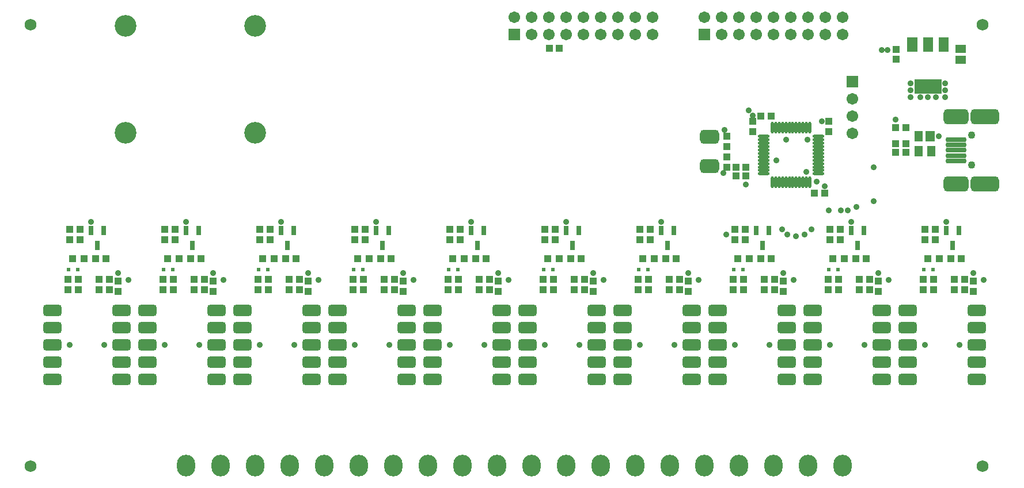
<source format=gts>
G04 Layer_Color=20142*
%FSAX44Y44*%
%MOMM*%
G71*
G01*
G75*
%ADD14R,1.0000X1.0000*%
%ADD48R,0.9902X1.0712*%
G04:AMPARAMS|DCode=49|XSize=2.7432mm|YSize=1.7272mm|CornerRadius=0.4826mm|HoleSize=0mm|Usage=FLASHONLY|Rotation=0.000|XOffset=0mm|YOffset=0mm|HoleType=Round|Shape=RoundedRectangle|*
%AMROUNDEDRECTD49*
21,1,2.7432,0.7620,0,0,0.0*
21,1,1.7780,1.7272,0,0,0.0*
1,1,0.9652,0.8890,-0.3810*
1,1,0.9652,-0.8890,-0.3810*
1,1,0.9652,-0.8890,0.3810*
1,1,0.9652,0.8890,0.3810*
%
%ADD49ROUNDEDRECTD49*%
%ADD50R,1.0712X0.9902*%
%ADD51R,0.8032X1.3532*%
%ADD52R,0.6032X0.6032*%
%ADD53R,1.5240X1.2827*%
G04:AMPARAMS|DCode=54|XSize=2.1032mm|YSize=2.8032mm|CornerRadius=0.5766mm|HoleSize=0mm|Usage=FLASHONLY|Rotation=90.000|XOffset=0mm|YOffset=0mm|HoleType=Round|Shape=RoundedRectangle|*
%AMROUNDEDRECTD54*
21,1,2.1032,1.6500,0,0,90.0*
21,1,0.9500,2.8032,0,0,90.0*
1,1,1.1532,0.8250,0.4750*
1,1,1.1532,0.8250,-0.4750*
1,1,1.1532,-0.8250,-0.4750*
1,1,1.1532,-0.8250,0.4750*
%
%ADD54ROUNDEDRECTD54*%
G04:AMPARAMS|DCode=55|XSize=3.0032mm|YSize=0.7032mm|CornerRadius=0.2266mm|HoleSize=0mm|Usage=FLASHONLY|Rotation=0.000|XOffset=0mm|YOffset=0mm|HoleType=Round|Shape=RoundedRectangle|*
%AMROUNDEDRECTD55*
21,1,3.0032,0.2500,0,0,0.0*
21,1,2.5500,0.7032,0,0,0.0*
1,1,0.4532,1.2750,-0.1250*
1,1,0.4532,-1.2750,-0.1250*
1,1,0.4532,-1.2750,0.1250*
1,1,0.4532,1.2750,0.1250*
%
%ADD55ROUNDEDRECTD55*%
G04:AMPARAMS|DCode=56|XSize=3.7032mm|YSize=2.2532mm|CornerRadius=0.6141mm|HoleSize=0mm|Usage=FLASHONLY|Rotation=0.000|XOffset=0mm|YOffset=0mm|HoleType=Round|Shape=RoundedRectangle|*
%AMROUNDEDRECTD56*
21,1,3.7032,1.0250,0,0,0.0*
21,1,2.4750,2.2532,0,0,0.0*
1,1,1.2282,1.2375,-0.5125*
1,1,1.2282,-1.2375,-0.5125*
1,1,1.2282,-1.2375,0.5125*
1,1,1.2282,1.2375,0.5125*
%
%ADD56ROUNDEDRECTD56*%
G04:AMPARAMS|DCode=57|XSize=4.2032mm|YSize=2.2532mm|CornerRadius=0.6141mm|HoleSize=0mm|Usage=FLASHONLY|Rotation=0.000|XOffset=0mm|YOffset=0mm|HoleType=Round|Shape=RoundedRectangle|*
%AMROUNDEDRECTD57*
21,1,4.2032,1.0250,0,0,0.0*
21,1,2.9750,2.2532,0,0,0.0*
1,1,1.2282,1.4875,-0.5125*
1,1,1.2282,-1.4875,-0.5125*
1,1,1.2282,-1.4875,0.5125*
1,1,1.2282,1.4875,0.5125*
%
%ADD57ROUNDEDRECTD57*%
G04:AMPARAMS|DCode=58|XSize=3.7032mm|YSize=2.2532mm|CornerRadius=0.6141mm|HoleSize=0mm|Usage=FLASHONLY|Rotation=0.000|XOffset=0mm|YOffset=0mm|HoleType=Round|Shape=RoundedRectangle|*
%AMROUNDEDRECTD58*
21,1,3.7032,1.0250,0,0,0.0*
21,1,2.4750,2.2532,0,0,0.0*
1,1,1.2282,1.2375,-0.5125*
1,1,1.2282,-1.2375,-0.5125*
1,1,1.2282,-1.2375,0.5125*
1,1,1.2282,1.2375,0.5125*
%
%ADD58ROUNDEDRECTD58*%
%ADD59R,1.4032X1.6032*%
%ADD60R,1.2032X1.6032*%
%ADD61O,0.4532X1.7532*%
%ADD62O,1.7532X0.4532*%
%ADD63R,1.7032X1.7032*%
%ADD64C,1.7032*%
%ADD65C,1.7272*%
%ADD66R,1.7032X1.7032*%
%ADD67C,1.1032*%
%ADD68C,3.2032*%
%ADD69O,2.7032X3.2032*%
%ADD70C,0.9032*%
G36*
X01353956Y00660327D02*
X01339256D01*
Y00681377D01*
X01353956D01*
Y00660327D01*
D02*
G37*
G36*
X01389770Y00598349D02*
X01349670D01*
Y00619399D01*
X01389770D01*
Y00598349D01*
D02*
G37*
G36*
X01400184Y00660327D02*
X01385484D01*
Y00681377D01*
X01400184D01*
Y00660327D01*
D02*
G37*
G36*
X01377070D02*
X01362370D01*
Y00681377D01*
X01377070D01*
Y00660327D01*
D02*
G37*
D14*
X01386450Y00355600D02*
D03*
X01369450D02*
D03*
X01246750D02*
D03*
X01229750D02*
D03*
X01107050D02*
D03*
X01090050D02*
D03*
X00967350D02*
D03*
X00950350D02*
D03*
X00827650D02*
D03*
X00810650D02*
D03*
X00687950D02*
D03*
X00670950D02*
D03*
X00548250D02*
D03*
X00531250D02*
D03*
X00408550D02*
D03*
X00391550D02*
D03*
X00268850D02*
D03*
X00251850D02*
D03*
X00129150D02*
D03*
X00112150D02*
D03*
D48*
X00827920Y00665480D02*
D03*
X00812920D02*
D03*
X01337190Y00511810D02*
D03*
X01322190D02*
D03*
X01337190Y00524510D02*
D03*
X01322190D02*
D03*
X01337190Y00548640D02*
D03*
X01322190D02*
D03*
X01362830Y00309880D02*
D03*
X01377830D02*
D03*
X01362830Y00325120D02*
D03*
X01377830D02*
D03*
X01423550Y00309880D02*
D03*
X01408550D02*
D03*
X01423550Y00325120D02*
D03*
X01408550D02*
D03*
X01403470Y00355600D02*
D03*
X01418470D02*
D03*
X01223130Y00309880D02*
D03*
X01238130D02*
D03*
X01223130Y00325120D02*
D03*
X01238130D02*
D03*
X01283850Y00309880D02*
D03*
X01268850D02*
D03*
X01283850Y00325120D02*
D03*
X01268850D02*
D03*
X01263770Y00355600D02*
D03*
X01278770D02*
D03*
X01083430Y00309880D02*
D03*
X01098430D02*
D03*
X01083430Y00325120D02*
D03*
X01098430D02*
D03*
X01144150Y00309880D02*
D03*
X01129150D02*
D03*
X01144150Y00325120D02*
D03*
X01129150D02*
D03*
X01124070Y00355600D02*
D03*
X01139070D02*
D03*
X00943730Y00309880D02*
D03*
X00958730D02*
D03*
X00943730Y00325120D02*
D03*
X00958730D02*
D03*
X01004450Y00309880D02*
D03*
X00989450D02*
D03*
X01004450Y00325120D02*
D03*
X00989450D02*
D03*
X00984370Y00355600D02*
D03*
X00999370D02*
D03*
X00804030Y00309880D02*
D03*
X00819030D02*
D03*
X00804030Y00325120D02*
D03*
X00819030D02*
D03*
X00864750Y00309880D02*
D03*
X00849750D02*
D03*
X00864750Y00325120D02*
D03*
X00849750D02*
D03*
X00844670Y00355600D02*
D03*
X00859670D02*
D03*
X00664330Y00309880D02*
D03*
X00679330D02*
D03*
X00664330Y00325120D02*
D03*
X00679330D02*
D03*
X00725050Y00309880D02*
D03*
X00710050D02*
D03*
X00725050Y00325120D02*
D03*
X00710050D02*
D03*
X00704970Y00355600D02*
D03*
X00719970D02*
D03*
X00524630Y00309880D02*
D03*
X00539630D02*
D03*
X00524630Y00325120D02*
D03*
X00539630D02*
D03*
X00585350Y00309880D02*
D03*
X00570350D02*
D03*
X00585350Y00325120D02*
D03*
X00570350D02*
D03*
X00565270Y00355600D02*
D03*
X00580270D02*
D03*
X00384930Y00309880D02*
D03*
X00399930D02*
D03*
X00384930Y00325120D02*
D03*
X00399930D02*
D03*
X00445650Y00309880D02*
D03*
X00430650D02*
D03*
X00445650Y00325120D02*
D03*
X00430650D02*
D03*
X00425570Y00355600D02*
D03*
X00440570D02*
D03*
X00245230Y00309880D02*
D03*
X00260230D02*
D03*
X00245230Y00325120D02*
D03*
X00260230D02*
D03*
X00305950Y00309880D02*
D03*
X00290950D02*
D03*
X00305950Y00325120D02*
D03*
X00290950D02*
D03*
X00285870Y00355600D02*
D03*
X00300870D02*
D03*
X00105530Y00309880D02*
D03*
X00120530D02*
D03*
X00105530Y00325120D02*
D03*
X00120530D02*
D03*
X00166250Y00309880D02*
D03*
X00151250D02*
D03*
X00166250Y00325120D02*
D03*
X00151250D02*
D03*
X00146170Y00355600D02*
D03*
X00161170D02*
D03*
X01087240Y00477520D02*
D03*
X01102240D02*
D03*
X01124070Y00565150D02*
D03*
X01139070D02*
D03*
X01217810Y00452120D02*
D03*
X01202810D02*
D03*
X01102240Y00490220D02*
D03*
X01087240D02*
D03*
D49*
X01441450Y00279400D02*
D03*
Y00254000D02*
D03*
Y00228600D02*
D03*
Y00203200D02*
D03*
Y00177800D02*
D03*
X01339850D02*
D03*
Y00203200D02*
D03*
Y00228600D02*
D03*
Y00254000D02*
D03*
Y00279400D02*
D03*
X01301750D02*
D03*
Y00254000D02*
D03*
Y00228600D02*
D03*
Y00203200D02*
D03*
Y00177800D02*
D03*
X01200150D02*
D03*
Y00203200D02*
D03*
Y00228600D02*
D03*
Y00254000D02*
D03*
Y00279400D02*
D03*
X01162050D02*
D03*
Y00254000D02*
D03*
Y00228600D02*
D03*
Y00203200D02*
D03*
Y00177800D02*
D03*
X01060450D02*
D03*
Y00203200D02*
D03*
Y00228600D02*
D03*
Y00254000D02*
D03*
Y00279400D02*
D03*
X01022350D02*
D03*
Y00254000D02*
D03*
Y00228600D02*
D03*
Y00203200D02*
D03*
Y00177800D02*
D03*
X00920750D02*
D03*
Y00203200D02*
D03*
Y00228600D02*
D03*
Y00254000D02*
D03*
Y00279400D02*
D03*
X00882650D02*
D03*
Y00254000D02*
D03*
Y00228600D02*
D03*
Y00203200D02*
D03*
Y00177800D02*
D03*
X00781050D02*
D03*
Y00203200D02*
D03*
Y00228600D02*
D03*
Y00254000D02*
D03*
Y00279400D02*
D03*
X00742950D02*
D03*
Y00254000D02*
D03*
Y00228600D02*
D03*
Y00203200D02*
D03*
Y00177800D02*
D03*
X00641350D02*
D03*
Y00203200D02*
D03*
Y00228600D02*
D03*
Y00254000D02*
D03*
Y00279400D02*
D03*
X00603250D02*
D03*
Y00254000D02*
D03*
Y00228600D02*
D03*
Y00203200D02*
D03*
Y00177800D02*
D03*
X00501650D02*
D03*
Y00203200D02*
D03*
Y00228600D02*
D03*
Y00254000D02*
D03*
Y00279400D02*
D03*
X00463550D02*
D03*
Y00254000D02*
D03*
Y00228600D02*
D03*
Y00203200D02*
D03*
Y00177800D02*
D03*
X00361950D02*
D03*
Y00203200D02*
D03*
Y00228600D02*
D03*
Y00254000D02*
D03*
Y00279400D02*
D03*
X00323850D02*
D03*
Y00254000D02*
D03*
Y00228600D02*
D03*
Y00203200D02*
D03*
Y00177800D02*
D03*
X00222250D02*
D03*
Y00203200D02*
D03*
Y00228600D02*
D03*
Y00254000D02*
D03*
Y00279400D02*
D03*
X00184150D02*
D03*
Y00254000D02*
D03*
Y00228600D02*
D03*
Y00203200D02*
D03*
Y00177800D02*
D03*
X00082550D02*
D03*
Y00203200D02*
D03*
Y00228600D02*
D03*
Y00254000D02*
D03*
Y00279400D02*
D03*
D50*
X01380490Y00383660D02*
D03*
Y00398660D02*
D03*
X01365250D02*
D03*
Y00383660D02*
D03*
X01436370Y00322460D02*
D03*
Y00307460D02*
D03*
X01240790Y00383660D02*
D03*
Y00398660D02*
D03*
X01225550D02*
D03*
Y00383660D02*
D03*
X01296670Y00322460D02*
D03*
Y00307460D02*
D03*
X01101090Y00383660D02*
D03*
Y00398660D02*
D03*
X01085850D02*
D03*
Y00383660D02*
D03*
X01156970Y00322460D02*
D03*
Y00307460D02*
D03*
X00961390Y00383660D02*
D03*
Y00398660D02*
D03*
X00946150D02*
D03*
Y00383660D02*
D03*
X01017270Y00322460D02*
D03*
Y00307460D02*
D03*
X00821690Y00383660D02*
D03*
Y00398660D02*
D03*
X00806450D02*
D03*
Y00383660D02*
D03*
X00877570Y00322460D02*
D03*
Y00307460D02*
D03*
X00681990Y00383660D02*
D03*
Y00398660D02*
D03*
X00666750D02*
D03*
Y00383660D02*
D03*
X00737870Y00322460D02*
D03*
Y00307460D02*
D03*
X00542290Y00383660D02*
D03*
Y00398660D02*
D03*
X00527050D02*
D03*
Y00383660D02*
D03*
X00598170Y00322460D02*
D03*
Y00307460D02*
D03*
X00402590Y00383660D02*
D03*
Y00398660D02*
D03*
X00387350D02*
D03*
Y00383660D02*
D03*
X00458470Y00322460D02*
D03*
Y00307460D02*
D03*
X00262890Y00383660D02*
D03*
Y00398660D02*
D03*
X00247650D02*
D03*
Y00383660D02*
D03*
X00318770Y00322460D02*
D03*
Y00307460D02*
D03*
X00123190Y00383660D02*
D03*
Y00398660D02*
D03*
X00107950D02*
D03*
Y00383660D02*
D03*
X00179070Y00322460D02*
D03*
Y00307460D02*
D03*
X01322920Y00649064D02*
D03*
Y00664064D02*
D03*
X01112520Y00557410D02*
D03*
Y00542410D02*
D03*
X01224280Y00557410D02*
D03*
Y00542410D02*
D03*
X01074420Y00505340D02*
D03*
Y00490340D02*
D03*
Y00520820D02*
D03*
Y00535820D02*
D03*
D51*
X01415390Y00397330D02*
D03*
X01396390D02*
D03*
X01405890Y00374830D02*
D03*
X01275690Y00397330D02*
D03*
X01256690D02*
D03*
X01266190Y00374830D02*
D03*
X01135990Y00397330D02*
D03*
X01116990D02*
D03*
X01126490Y00374830D02*
D03*
X00996290Y00397330D02*
D03*
X00977290D02*
D03*
X00986790Y00374830D02*
D03*
X00856590Y00397330D02*
D03*
X00837590D02*
D03*
X00847090Y00374830D02*
D03*
X00716890Y00397330D02*
D03*
X00697890D02*
D03*
X00707390Y00374830D02*
D03*
X00577190Y00397330D02*
D03*
X00558190D02*
D03*
X00567690Y00374830D02*
D03*
X00437490Y00397330D02*
D03*
X00418490D02*
D03*
X00427990Y00374830D02*
D03*
X00297790Y00397330D02*
D03*
X00278790D02*
D03*
X00288290Y00374830D02*
D03*
X00158090Y00397330D02*
D03*
X00139090D02*
D03*
X00148590Y00374830D02*
D03*
D52*
X01363330Y00339090D02*
D03*
X01377330D02*
D03*
X01223630D02*
D03*
X01237630D02*
D03*
X01083930D02*
D03*
X01097930D02*
D03*
X00944230D02*
D03*
X00958230D02*
D03*
X00804530D02*
D03*
X00818530D02*
D03*
X00664830D02*
D03*
X00678830D02*
D03*
X00525130D02*
D03*
X00539130D02*
D03*
X00385430D02*
D03*
X00399430D02*
D03*
X00245730D02*
D03*
X00259730D02*
D03*
X00106030D02*
D03*
X00120030D02*
D03*
D53*
X01418170Y00648690D02*
D03*
Y00664438D02*
D03*
D54*
X01049020Y00491580D02*
D03*
Y00534580D02*
D03*
D55*
X01410970Y00515110D02*
D03*
Y00531110D02*
D03*
Y00523110D02*
D03*
Y00499110D02*
D03*
Y00507110D02*
D03*
D56*
X01410720Y00564360D02*
D03*
D57*
X01453220D02*
D03*
Y00465860D02*
D03*
D58*
X01410720D02*
D03*
D59*
X01372750Y00535510D02*
D03*
D60*
X01355750D02*
D03*
Y00513510D02*
D03*
X01374750D02*
D03*
D61*
X01140900Y00548250D02*
D03*
X01145900D02*
D03*
X01150900Y00548250D02*
D03*
X01155900Y00548250D02*
D03*
X01160900D02*
D03*
X01165900Y00548250D02*
D03*
X01170900D02*
D03*
X01175900Y00548250D02*
D03*
X01180900D02*
D03*
X01185900Y00548250D02*
D03*
X01190900Y00548250D02*
D03*
X01195900D02*
D03*
Y00467750D02*
D03*
X01190900D02*
D03*
X01185900Y00467750D02*
D03*
X01180900Y00467750D02*
D03*
X01175900D02*
D03*
X01170900Y00467750D02*
D03*
X01165900Y00467750D02*
D03*
X01160900D02*
D03*
X01155900D02*
D03*
X01150900Y00467750D02*
D03*
X01145900Y00467750D02*
D03*
X01140900D02*
D03*
D62*
X01208650Y00535500D02*
D03*
Y00530500D02*
D03*
X01208650Y00525500D02*
D03*
X01208650Y00520500D02*
D03*
Y00515500D02*
D03*
X01208650Y00510500D02*
D03*
Y00505500D02*
D03*
X01208650Y00500500D02*
D03*
Y00495500D02*
D03*
X01208650Y00490500D02*
D03*
X01208650Y00485500D02*
D03*
Y00480500D02*
D03*
X01128150D02*
D03*
Y00485500D02*
D03*
X01128150Y00490500D02*
D03*
X01128150Y00495500D02*
D03*
Y00500500D02*
D03*
Y00505500D02*
D03*
X01128150Y00510500D02*
D03*
X01128150Y00515500D02*
D03*
Y00520500D02*
D03*
X01128150Y00525500D02*
D03*
X01128150Y00530500D02*
D03*
Y00535500D02*
D03*
D63*
X01041400Y00685800D02*
D03*
X00762000D02*
D03*
D64*
X01244600Y00711200D02*
D03*
Y00685800D02*
D03*
X01219200Y00711200D02*
D03*
Y00685800D02*
D03*
X01193800Y00711200D02*
D03*
Y00685800D02*
D03*
X01168400Y00711200D02*
D03*
Y00685800D02*
D03*
X01143000Y00711200D02*
D03*
Y00685800D02*
D03*
X01117600Y00711200D02*
D03*
Y00685800D02*
D03*
X01092200Y00711200D02*
D03*
Y00685800D02*
D03*
X01066800Y00711200D02*
D03*
Y00685800D02*
D03*
X01041400Y00711200D02*
D03*
X00965200D02*
D03*
Y00685800D02*
D03*
X00939800Y00711200D02*
D03*
Y00685800D02*
D03*
X00914400Y00711200D02*
D03*
Y00685800D02*
D03*
X00889000Y00711200D02*
D03*
Y00685800D02*
D03*
X00863600Y00711200D02*
D03*
Y00685800D02*
D03*
X00838200Y00711200D02*
D03*
Y00685800D02*
D03*
X00812800Y00711200D02*
D03*
Y00685800D02*
D03*
X00787400Y00711200D02*
D03*
Y00685800D02*
D03*
X00762000Y00711200D02*
D03*
X01258570Y00590550D02*
D03*
Y00565150D02*
D03*
Y00539750D02*
D03*
D65*
X00050000Y00700000D02*
D03*
X01450000D02*
D03*
X00050000Y00050000D02*
D03*
X01450000D02*
D03*
D66*
X01258570Y00615950D02*
D03*
D67*
X01434220Y00537110D02*
D03*
Y00493110D02*
D03*
D68*
X00190500Y00698500D02*
D03*
Y00540500D02*
D03*
X00381000Y00698500D02*
D03*
Y00540500D02*
D03*
D69*
X00787400Y00050800D02*
D03*
X00838200D02*
D03*
X00939800D02*
D03*
X00889000D02*
D03*
X01041400D02*
D03*
X00990600D02*
D03*
X01143000D02*
D03*
X01092200D02*
D03*
X01244600D02*
D03*
X01193800D02*
D03*
X00685800D02*
D03*
X00736600D02*
D03*
X00584200D02*
D03*
X00635000D02*
D03*
X00482600D02*
D03*
X00533400D02*
D03*
X00381000D02*
D03*
X00431800D02*
D03*
X00330200D02*
D03*
X00279400D02*
D03*
D70*
X01290000Y00440000D02*
D03*
Y00490000D02*
D03*
X01310640Y00662940D02*
D03*
X01301750D02*
D03*
X01322190Y00559950D02*
D03*
X01102240Y00464940D02*
D03*
X01106170Y00574040D02*
D03*
X01206500Y00468630D02*
D03*
X01073150Y00391160D02*
D03*
X00179070Y00334130D02*
D03*
X00139090Y00409720D02*
D03*
X00318770Y00334130D02*
D03*
X00278790Y00409720D02*
D03*
X00458470Y00334130D02*
D03*
X00418490Y00409720D02*
D03*
X00598170Y00334130D02*
D03*
X00558190Y00409720D02*
D03*
X00737870Y00334130D02*
D03*
X00697890Y00409720D02*
D03*
X00877570Y00334130D02*
D03*
X00837590Y00409720D02*
D03*
X01017270Y00334130D02*
D03*
X00977290Y00409720D02*
D03*
X01156970Y00334130D02*
D03*
X01296670D02*
D03*
X01256690Y00409720D02*
D03*
X01396390Y00409600D02*
D03*
X01436370Y00334010D02*
D03*
X00194310Y00323850D02*
D03*
X00334010D02*
D03*
X00473710D02*
D03*
X00613410D02*
D03*
X00753110D02*
D03*
X00892810D02*
D03*
X01032510D02*
D03*
X01172210D02*
D03*
X01311910D02*
D03*
X01451610D02*
D03*
X01264920Y00431800D02*
D03*
X01198880Y00398780D02*
D03*
X01188720Y00391160D02*
D03*
X01176020Y00388620D02*
D03*
X01163320Y00391160D02*
D03*
X01155700Y00398780D02*
D03*
X01252220Y00426720D02*
D03*
X01242060D02*
D03*
X01224280D02*
D03*
X01214000Y00557410D02*
D03*
X01217810Y00462400D02*
D03*
X01112520Y00566420D02*
D03*
X01160900Y00530980D02*
D03*
X01192170Y00530500D02*
D03*
X01190900Y00482960D02*
D03*
X01146690Y00500500D02*
D03*
X01069340Y00481330D02*
D03*
X01070610Y00544830D02*
D03*
X01386000Y00535510D02*
D03*
X01344510Y00613384D02*
D03*
Y00603224D02*
D03*
Y00593064D02*
D03*
X01358480D02*
D03*
X01369910D02*
D03*
X01381340D02*
D03*
X01395310D02*
D03*
Y00603224D02*
D03*
Y00613384D02*
D03*
X00107950Y00228600D02*
D03*
X00247650D02*
D03*
X00387350D02*
D03*
X00527050D02*
D03*
X00666750D02*
D03*
X00806450D02*
D03*
X00946150D02*
D03*
X01085850D02*
D03*
X01225550D02*
D03*
X01365250D02*
D03*
X01276350D02*
D03*
X01136650D02*
D03*
X00996950D02*
D03*
X00857250D02*
D03*
X00717550D02*
D03*
X00577850D02*
D03*
X00438150D02*
D03*
X00298450D02*
D03*
X00158750D02*
D03*
X01416050D02*
D03*
M02*

</source>
